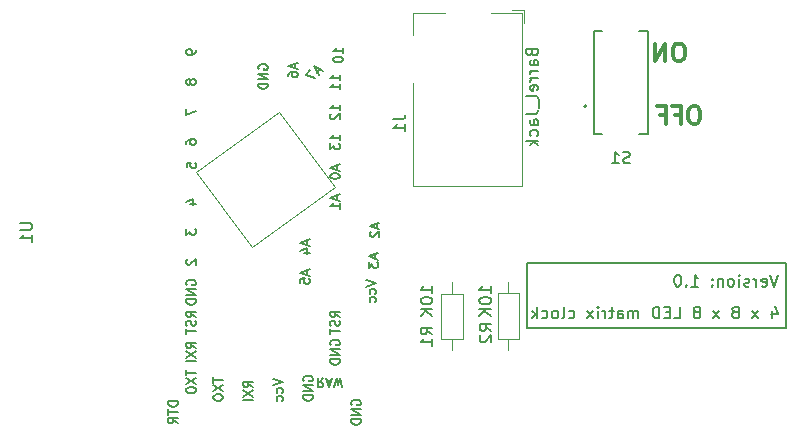
<source format=gbo>
%TF.GenerationSoftware,KiCad,Pcbnew,8.0.1*%
%TF.CreationDate,2024-04-15T16:39:27+10:00*%
%TF.ProjectId,4x8x8 LED Matrix Clock,34783878-3820-44c4-9544-204d61747269,rev?*%
%TF.SameCoordinates,Original*%
%TF.FileFunction,Legend,Bot*%
%TF.FilePolarity,Positive*%
%FSLAX46Y46*%
G04 Gerber Fmt 4.6, Leading zero omitted, Abs format (unit mm)*
G04 Created by KiCad (PCBNEW 8.0.1) date 2024-04-15 16:39:27*
%MOMM*%
%LPD*%
G01*
G04 APERTURE LIST*
%ADD10C,0.200000*%
%ADD11C,0.150000*%
%ADD12C,0.300000*%
%ADD13C,0.120000*%
%ADD14C,0.127000*%
G04 APERTURE END LIST*
D10*
X184962800Y-89357200D02*
X206908400Y-89357200D01*
X206908400Y-94869000D01*
X184962800Y-94869000D01*
X184962800Y-89357200D01*
D11*
X205734649Y-93403152D02*
X205734649Y-94069819D01*
X205972744Y-93022200D02*
X206210839Y-93736485D01*
X206210839Y-93736485D02*
X205591792Y-93736485D01*
X204544172Y-94069819D02*
X204020363Y-93403152D01*
X204544172Y-93403152D02*
X204020363Y-94069819D01*
X202734648Y-93498390D02*
X202829886Y-93450771D01*
X202829886Y-93450771D02*
X202877505Y-93403152D01*
X202877505Y-93403152D02*
X202925124Y-93307914D01*
X202925124Y-93307914D02*
X202925124Y-93260295D01*
X202925124Y-93260295D02*
X202877505Y-93165057D01*
X202877505Y-93165057D02*
X202829886Y-93117438D01*
X202829886Y-93117438D02*
X202734648Y-93069819D01*
X202734648Y-93069819D02*
X202544172Y-93069819D01*
X202544172Y-93069819D02*
X202448934Y-93117438D01*
X202448934Y-93117438D02*
X202401315Y-93165057D01*
X202401315Y-93165057D02*
X202353696Y-93260295D01*
X202353696Y-93260295D02*
X202353696Y-93307914D01*
X202353696Y-93307914D02*
X202401315Y-93403152D01*
X202401315Y-93403152D02*
X202448934Y-93450771D01*
X202448934Y-93450771D02*
X202544172Y-93498390D01*
X202544172Y-93498390D02*
X202734648Y-93498390D01*
X202734648Y-93498390D02*
X202829886Y-93546009D01*
X202829886Y-93546009D02*
X202877505Y-93593628D01*
X202877505Y-93593628D02*
X202925124Y-93688866D01*
X202925124Y-93688866D02*
X202925124Y-93879342D01*
X202925124Y-93879342D02*
X202877505Y-93974580D01*
X202877505Y-93974580D02*
X202829886Y-94022200D01*
X202829886Y-94022200D02*
X202734648Y-94069819D01*
X202734648Y-94069819D02*
X202544172Y-94069819D01*
X202544172Y-94069819D02*
X202448934Y-94022200D01*
X202448934Y-94022200D02*
X202401315Y-93974580D01*
X202401315Y-93974580D02*
X202353696Y-93879342D01*
X202353696Y-93879342D02*
X202353696Y-93688866D01*
X202353696Y-93688866D02*
X202401315Y-93593628D01*
X202401315Y-93593628D02*
X202448934Y-93546009D01*
X202448934Y-93546009D02*
X202544172Y-93498390D01*
X201258457Y-94069819D02*
X200734648Y-93403152D01*
X201258457Y-93403152D02*
X200734648Y-94069819D01*
X199448933Y-93498390D02*
X199544171Y-93450771D01*
X199544171Y-93450771D02*
X199591790Y-93403152D01*
X199591790Y-93403152D02*
X199639409Y-93307914D01*
X199639409Y-93307914D02*
X199639409Y-93260295D01*
X199639409Y-93260295D02*
X199591790Y-93165057D01*
X199591790Y-93165057D02*
X199544171Y-93117438D01*
X199544171Y-93117438D02*
X199448933Y-93069819D01*
X199448933Y-93069819D02*
X199258457Y-93069819D01*
X199258457Y-93069819D02*
X199163219Y-93117438D01*
X199163219Y-93117438D02*
X199115600Y-93165057D01*
X199115600Y-93165057D02*
X199067981Y-93260295D01*
X199067981Y-93260295D02*
X199067981Y-93307914D01*
X199067981Y-93307914D02*
X199115600Y-93403152D01*
X199115600Y-93403152D02*
X199163219Y-93450771D01*
X199163219Y-93450771D02*
X199258457Y-93498390D01*
X199258457Y-93498390D02*
X199448933Y-93498390D01*
X199448933Y-93498390D02*
X199544171Y-93546009D01*
X199544171Y-93546009D02*
X199591790Y-93593628D01*
X199591790Y-93593628D02*
X199639409Y-93688866D01*
X199639409Y-93688866D02*
X199639409Y-93879342D01*
X199639409Y-93879342D02*
X199591790Y-93974580D01*
X199591790Y-93974580D02*
X199544171Y-94022200D01*
X199544171Y-94022200D02*
X199448933Y-94069819D01*
X199448933Y-94069819D02*
X199258457Y-94069819D01*
X199258457Y-94069819D02*
X199163219Y-94022200D01*
X199163219Y-94022200D02*
X199115600Y-93974580D01*
X199115600Y-93974580D02*
X199067981Y-93879342D01*
X199067981Y-93879342D02*
X199067981Y-93688866D01*
X199067981Y-93688866D02*
X199115600Y-93593628D01*
X199115600Y-93593628D02*
X199163219Y-93546009D01*
X199163219Y-93546009D02*
X199258457Y-93498390D01*
X197401314Y-94069819D02*
X197877504Y-94069819D01*
X197877504Y-94069819D02*
X197877504Y-93069819D01*
X197067980Y-93546009D02*
X196734647Y-93546009D01*
X196591790Y-94069819D02*
X197067980Y-94069819D01*
X197067980Y-94069819D02*
X197067980Y-93069819D01*
X197067980Y-93069819D02*
X196591790Y-93069819D01*
X196163218Y-94069819D02*
X196163218Y-93069819D01*
X196163218Y-93069819D02*
X195925123Y-93069819D01*
X195925123Y-93069819D02*
X195782266Y-93117438D01*
X195782266Y-93117438D02*
X195687028Y-93212676D01*
X195687028Y-93212676D02*
X195639409Y-93307914D01*
X195639409Y-93307914D02*
X195591790Y-93498390D01*
X195591790Y-93498390D02*
X195591790Y-93641247D01*
X195591790Y-93641247D02*
X195639409Y-93831723D01*
X195639409Y-93831723D02*
X195687028Y-93926961D01*
X195687028Y-93926961D02*
X195782266Y-94022200D01*
X195782266Y-94022200D02*
X195925123Y-94069819D01*
X195925123Y-94069819D02*
X196163218Y-94069819D01*
X194401313Y-94069819D02*
X194401313Y-93403152D01*
X194401313Y-93498390D02*
X194353694Y-93450771D01*
X194353694Y-93450771D02*
X194258456Y-93403152D01*
X194258456Y-93403152D02*
X194115599Y-93403152D01*
X194115599Y-93403152D02*
X194020361Y-93450771D01*
X194020361Y-93450771D02*
X193972742Y-93546009D01*
X193972742Y-93546009D02*
X193972742Y-94069819D01*
X193972742Y-93546009D02*
X193925123Y-93450771D01*
X193925123Y-93450771D02*
X193829885Y-93403152D01*
X193829885Y-93403152D02*
X193687028Y-93403152D01*
X193687028Y-93403152D02*
X193591789Y-93450771D01*
X193591789Y-93450771D02*
X193544170Y-93546009D01*
X193544170Y-93546009D02*
X193544170Y-94069819D01*
X192639409Y-94069819D02*
X192639409Y-93546009D01*
X192639409Y-93546009D02*
X192687028Y-93450771D01*
X192687028Y-93450771D02*
X192782266Y-93403152D01*
X192782266Y-93403152D02*
X192972742Y-93403152D01*
X192972742Y-93403152D02*
X193067980Y-93450771D01*
X192639409Y-94022200D02*
X192734647Y-94069819D01*
X192734647Y-94069819D02*
X192972742Y-94069819D01*
X192972742Y-94069819D02*
X193067980Y-94022200D01*
X193067980Y-94022200D02*
X193115599Y-93926961D01*
X193115599Y-93926961D02*
X193115599Y-93831723D01*
X193115599Y-93831723D02*
X193067980Y-93736485D01*
X193067980Y-93736485D02*
X192972742Y-93688866D01*
X192972742Y-93688866D02*
X192734647Y-93688866D01*
X192734647Y-93688866D02*
X192639409Y-93641247D01*
X192306075Y-93403152D02*
X191925123Y-93403152D01*
X192163218Y-93069819D02*
X192163218Y-93926961D01*
X192163218Y-93926961D02*
X192115599Y-94022200D01*
X192115599Y-94022200D02*
X192020361Y-94069819D01*
X192020361Y-94069819D02*
X191925123Y-94069819D01*
X191591789Y-94069819D02*
X191591789Y-93403152D01*
X191591789Y-93593628D02*
X191544170Y-93498390D01*
X191544170Y-93498390D02*
X191496551Y-93450771D01*
X191496551Y-93450771D02*
X191401313Y-93403152D01*
X191401313Y-93403152D02*
X191306075Y-93403152D01*
X190972741Y-94069819D02*
X190972741Y-93403152D01*
X190972741Y-93069819D02*
X191020360Y-93117438D01*
X191020360Y-93117438D02*
X190972741Y-93165057D01*
X190972741Y-93165057D02*
X190925122Y-93117438D01*
X190925122Y-93117438D02*
X190972741Y-93069819D01*
X190972741Y-93069819D02*
X190972741Y-93165057D01*
X190591789Y-94069819D02*
X190067980Y-93403152D01*
X190591789Y-93403152D02*
X190067980Y-94069819D01*
X188496551Y-94022200D02*
X188591789Y-94069819D01*
X188591789Y-94069819D02*
X188782265Y-94069819D01*
X188782265Y-94069819D02*
X188877503Y-94022200D01*
X188877503Y-94022200D02*
X188925122Y-93974580D01*
X188925122Y-93974580D02*
X188972741Y-93879342D01*
X188972741Y-93879342D02*
X188972741Y-93593628D01*
X188972741Y-93593628D02*
X188925122Y-93498390D01*
X188925122Y-93498390D02*
X188877503Y-93450771D01*
X188877503Y-93450771D02*
X188782265Y-93403152D01*
X188782265Y-93403152D02*
X188591789Y-93403152D01*
X188591789Y-93403152D02*
X188496551Y-93450771D01*
X187925122Y-94069819D02*
X188020360Y-94022200D01*
X188020360Y-94022200D02*
X188067979Y-93926961D01*
X188067979Y-93926961D02*
X188067979Y-93069819D01*
X187401312Y-94069819D02*
X187496550Y-94022200D01*
X187496550Y-94022200D02*
X187544169Y-93974580D01*
X187544169Y-93974580D02*
X187591788Y-93879342D01*
X187591788Y-93879342D02*
X187591788Y-93593628D01*
X187591788Y-93593628D02*
X187544169Y-93498390D01*
X187544169Y-93498390D02*
X187496550Y-93450771D01*
X187496550Y-93450771D02*
X187401312Y-93403152D01*
X187401312Y-93403152D02*
X187258455Y-93403152D01*
X187258455Y-93403152D02*
X187163217Y-93450771D01*
X187163217Y-93450771D02*
X187115598Y-93498390D01*
X187115598Y-93498390D02*
X187067979Y-93593628D01*
X187067979Y-93593628D02*
X187067979Y-93879342D01*
X187067979Y-93879342D02*
X187115598Y-93974580D01*
X187115598Y-93974580D02*
X187163217Y-94022200D01*
X187163217Y-94022200D02*
X187258455Y-94069819D01*
X187258455Y-94069819D02*
X187401312Y-94069819D01*
X186210836Y-94022200D02*
X186306074Y-94069819D01*
X186306074Y-94069819D02*
X186496550Y-94069819D01*
X186496550Y-94069819D02*
X186591788Y-94022200D01*
X186591788Y-94022200D02*
X186639407Y-93974580D01*
X186639407Y-93974580D02*
X186687026Y-93879342D01*
X186687026Y-93879342D02*
X186687026Y-93593628D01*
X186687026Y-93593628D02*
X186639407Y-93498390D01*
X186639407Y-93498390D02*
X186591788Y-93450771D01*
X186591788Y-93450771D02*
X186496550Y-93403152D01*
X186496550Y-93403152D02*
X186306074Y-93403152D01*
X186306074Y-93403152D02*
X186210836Y-93450771D01*
X185782264Y-94069819D02*
X185782264Y-93069819D01*
X185687026Y-93688866D02*
X185401312Y-94069819D01*
X185401312Y-93403152D02*
X185782264Y-93784104D01*
X206206077Y-90369819D02*
X205872744Y-91369819D01*
X205872744Y-91369819D02*
X205539411Y-90369819D01*
X204825125Y-91322200D02*
X204920363Y-91369819D01*
X204920363Y-91369819D02*
X205110839Y-91369819D01*
X205110839Y-91369819D02*
X205206077Y-91322200D01*
X205206077Y-91322200D02*
X205253696Y-91226961D01*
X205253696Y-91226961D02*
X205253696Y-90846009D01*
X205253696Y-90846009D02*
X205206077Y-90750771D01*
X205206077Y-90750771D02*
X205110839Y-90703152D01*
X205110839Y-90703152D02*
X204920363Y-90703152D01*
X204920363Y-90703152D02*
X204825125Y-90750771D01*
X204825125Y-90750771D02*
X204777506Y-90846009D01*
X204777506Y-90846009D02*
X204777506Y-90941247D01*
X204777506Y-90941247D02*
X205253696Y-91036485D01*
X204348934Y-91369819D02*
X204348934Y-90703152D01*
X204348934Y-90893628D02*
X204301315Y-90798390D01*
X204301315Y-90798390D02*
X204253696Y-90750771D01*
X204253696Y-90750771D02*
X204158458Y-90703152D01*
X204158458Y-90703152D02*
X204063220Y-90703152D01*
X203777505Y-91322200D02*
X203682267Y-91369819D01*
X203682267Y-91369819D02*
X203491791Y-91369819D01*
X203491791Y-91369819D02*
X203396553Y-91322200D01*
X203396553Y-91322200D02*
X203348934Y-91226961D01*
X203348934Y-91226961D02*
X203348934Y-91179342D01*
X203348934Y-91179342D02*
X203396553Y-91084104D01*
X203396553Y-91084104D02*
X203491791Y-91036485D01*
X203491791Y-91036485D02*
X203634648Y-91036485D01*
X203634648Y-91036485D02*
X203729886Y-90988866D01*
X203729886Y-90988866D02*
X203777505Y-90893628D01*
X203777505Y-90893628D02*
X203777505Y-90846009D01*
X203777505Y-90846009D02*
X203729886Y-90750771D01*
X203729886Y-90750771D02*
X203634648Y-90703152D01*
X203634648Y-90703152D02*
X203491791Y-90703152D01*
X203491791Y-90703152D02*
X203396553Y-90750771D01*
X202920362Y-91369819D02*
X202920362Y-90703152D01*
X202920362Y-90369819D02*
X202967981Y-90417438D01*
X202967981Y-90417438D02*
X202920362Y-90465057D01*
X202920362Y-90465057D02*
X202872743Y-90417438D01*
X202872743Y-90417438D02*
X202920362Y-90369819D01*
X202920362Y-90369819D02*
X202920362Y-90465057D01*
X202301315Y-91369819D02*
X202396553Y-91322200D01*
X202396553Y-91322200D02*
X202444172Y-91274580D01*
X202444172Y-91274580D02*
X202491791Y-91179342D01*
X202491791Y-91179342D02*
X202491791Y-90893628D01*
X202491791Y-90893628D02*
X202444172Y-90798390D01*
X202444172Y-90798390D02*
X202396553Y-90750771D01*
X202396553Y-90750771D02*
X202301315Y-90703152D01*
X202301315Y-90703152D02*
X202158458Y-90703152D01*
X202158458Y-90703152D02*
X202063220Y-90750771D01*
X202063220Y-90750771D02*
X202015601Y-90798390D01*
X202015601Y-90798390D02*
X201967982Y-90893628D01*
X201967982Y-90893628D02*
X201967982Y-91179342D01*
X201967982Y-91179342D02*
X202015601Y-91274580D01*
X202015601Y-91274580D02*
X202063220Y-91322200D01*
X202063220Y-91322200D02*
X202158458Y-91369819D01*
X202158458Y-91369819D02*
X202301315Y-91369819D01*
X201539410Y-90703152D02*
X201539410Y-91369819D01*
X201539410Y-90798390D02*
X201491791Y-90750771D01*
X201491791Y-90750771D02*
X201396553Y-90703152D01*
X201396553Y-90703152D02*
X201253696Y-90703152D01*
X201253696Y-90703152D02*
X201158458Y-90750771D01*
X201158458Y-90750771D02*
X201110839Y-90846009D01*
X201110839Y-90846009D02*
X201110839Y-91369819D01*
X200634648Y-91274580D02*
X200587029Y-91322200D01*
X200587029Y-91322200D02*
X200634648Y-91369819D01*
X200634648Y-91369819D02*
X200682267Y-91322200D01*
X200682267Y-91322200D02*
X200634648Y-91274580D01*
X200634648Y-91274580D02*
X200634648Y-91369819D01*
X200634648Y-90750771D02*
X200587029Y-90798390D01*
X200587029Y-90798390D02*
X200634648Y-90846009D01*
X200634648Y-90846009D02*
X200682267Y-90798390D01*
X200682267Y-90798390D02*
X200634648Y-90750771D01*
X200634648Y-90750771D02*
X200634648Y-90846009D01*
X198872744Y-91369819D02*
X199444172Y-91369819D01*
X199158458Y-91369819D02*
X199158458Y-90369819D01*
X199158458Y-90369819D02*
X199253696Y-90512676D01*
X199253696Y-90512676D02*
X199348934Y-90607914D01*
X199348934Y-90607914D02*
X199444172Y-90655533D01*
X198444172Y-91274580D02*
X198396553Y-91322200D01*
X198396553Y-91322200D02*
X198444172Y-91369819D01*
X198444172Y-91369819D02*
X198491791Y-91322200D01*
X198491791Y-91322200D02*
X198444172Y-91274580D01*
X198444172Y-91274580D02*
X198444172Y-91369819D01*
X197777506Y-90369819D02*
X197682268Y-90369819D01*
X197682268Y-90369819D02*
X197587030Y-90417438D01*
X197587030Y-90417438D02*
X197539411Y-90465057D01*
X197539411Y-90465057D02*
X197491792Y-90560295D01*
X197491792Y-90560295D02*
X197444173Y-90750771D01*
X197444173Y-90750771D02*
X197444173Y-90988866D01*
X197444173Y-90988866D02*
X197491792Y-91179342D01*
X197491792Y-91179342D02*
X197539411Y-91274580D01*
X197539411Y-91274580D02*
X197587030Y-91322200D01*
X197587030Y-91322200D02*
X197682268Y-91369819D01*
X197682268Y-91369819D02*
X197777506Y-91369819D01*
X197777506Y-91369819D02*
X197872744Y-91322200D01*
X197872744Y-91322200D02*
X197920363Y-91274580D01*
X197920363Y-91274580D02*
X197967982Y-91179342D01*
X197967982Y-91179342D02*
X198015601Y-90988866D01*
X198015601Y-90988866D02*
X198015601Y-90750771D01*
X198015601Y-90750771D02*
X197967982Y-90560295D01*
X197967982Y-90560295D02*
X197920363Y-90465057D01*
X197920363Y-90465057D02*
X197872744Y-90417438D01*
X197872744Y-90417438D02*
X197777506Y-90369819D01*
D12*
X199259774Y-76100828D02*
X198974060Y-76100828D01*
X198974060Y-76100828D02*
X198831203Y-76172257D01*
X198831203Y-76172257D02*
X198688346Y-76315114D01*
X198688346Y-76315114D02*
X198616917Y-76600828D01*
X198616917Y-76600828D02*
X198616917Y-77100828D01*
X198616917Y-77100828D02*
X198688346Y-77386542D01*
X198688346Y-77386542D02*
X198831203Y-77529400D01*
X198831203Y-77529400D02*
X198974060Y-77600828D01*
X198974060Y-77600828D02*
X199259774Y-77600828D01*
X199259774Y-77600828D02*
X199402632Y-77529400D01*
X199402632Y-77529400D02*
X199545489Y-77386542D01*
X199545489Y-77386542D02*
X199616917Y-77100828D01*
X199616917Y-77100828D02*
X199616917Y-76600828D01*
X199616917Y-76600828D02*
X199545489Y-76315114D01*
X199545489Y-76315114D02*
X199402632Y-76172257D01*
X199402632Y-76172257D02*
X199259774Y-76100828D01*
X197474060Y-76815114D02*
X197974060Y-76815114D01*
X197974060Y-77600828D02*
X197974060Y-76100828D01*
X197974060Y-76100828D02*
X197259774Y-76100828D01*
X196188346Y-76815114D02*
X196688346Y-76815114D01*
X196688346Y-77600828D02*
X196688346Y-76100828D01*
X196688346Y-76100828D02*
X195974060Y-76100828D01*
X197959774Y-70800828D02*
X197674060Y-70800828D01*
X197674060Y-70800828D02*
X197531203Y-70872257D01*
X197531203Y-70872257D02*
X197388346Y-71015114D01*
X197388346Y-71015114D02*
X197316917Y-71300828D01*
X197316917Y-71300828D02*
X197316917Y-71800828D01*
X197316917Y-71800828D02*
X197388346Y-72086542D01*
X197388346Y-72086542D02*
X197531203Y-72229400D01*
X197531203Y-72229400D02*
X197674060Y-72300828D01*
X197674060Y-72300828D02*
X197959774Y-72300828D01*
X197959774Y-72300828D02*
X198102632Y-72229400D01*
X198102632Y-72229400D02*
X198245489Y-72086542D01*
X198245489Y-72086542D02*
X198316917Y-71800828D01*
X198316917Y-71800828D02*
X198316917Y-71300828D01*
X198316917Y-71300828D02*
X198245489Y-71015114D01*
X198245489Y-71015114D02*
X198102632Y-70872257D01*
X198102632Y-70872257D02*
X197959774Y-70800828D01*
X196674060Y-72300828D02*
X196674060Y-70800828D01*
X196674060Y-70800828D02*
X195816917Y-72300828D01*
X195816917Y-72300828D02*
X195816917Y-70800828D01*
D11*
X142043819Y-86003095D02*
X142853342Y-86003095D01*
X142853342Y-86003095D02*
X142948580Y-86050714D01*
X142948580Y-86050714D02*
X142996200Y-86098333D01*
X142996200Y-86098333D02*
X143043819Y-86193571D01*
X143043819Y-86193571D02*
X143043819Y-86384047D01*
X143043819Y-86384047D02*
X142996200Y-86479285D01*
X142996200Y-86479285D02*
X142948580Y-86526904D01*
X142948580Y-86526904D02*
X142853342Y-86574523D01*
X142853342Y-86574523D02*
X142043819Y-86574523D01*
X143043819Y-87574523D02*
X143043819Y-87003095D01*
X143043819Y-87288809D02*
X142043819Y-87288809D01*
X142043819Y-87288809D02*
X142186676Y-87193571D01*
X142186676Y-87193571D02*
X142281914Y-87098333D01*
X142281914Y-87098333D02*
X142329533Y-87003095D01*
X162255390Y-72967303D02*
X162217295Y-72891113D01*
X162217295Y-72891113D02*
X162217295Y-72776827D01*
X162217295Y-72776827D02*
X162255390Y-72662541D01*
X162255390Y-72662541D02*
X162331580Y-72586351D01*
X162331580Y-72586351D02*
X162407771Y-72548256D01*
X162407771Y-72548256D02*
X162560152Y-72510160D01*
X162560152Y-72510160D02*
X162674438Y-72510160D01*
X162674438Y-72510160D02*
X162826819Y-72548256D01*
X162826819Y-72548256D02*
X162903009Y-72586351D01*
X162903009Y-72586351D02*
X162979200Y-72662541D01*
X162979200Y-72662541D02*
X163017295Y-72776827D01*
X163017295Y-72776827D02*
X163017295Y-72853018D01*
X163017295Y-72853018D02*
X162979200Y-72967303D01*
X162979200Y-72967303D02*
X162941104Y-73005399D01*
X162941104Y-73005399D02*
X162674438Y-73005399D01*
X162674438Y-73005399D02*
X162674438Y-72853018D01*
X163017295Y-73348256D02*
X162217295Y-73348256D01*
X162217295Y-73348256D02*
X163017295Y-73805399D01*
X163017295Y-73805399D02*
X162217295Y-73805399D01*
X163017295Y-74186351D02*
X162217295Y-74186351D01*
X162217295Y-74186351D02*
X162217295Y-74376827D01*
X162217295Y-74376827D02*
X162255390Y-74491113D01*
X162255390Y-74491113D02*
X162331580Y-74567303D01*
X162331580Y-74567303D02*
X162407771Y-74605398D01*
X162407771Y-74605398D02*
X162560152Y-74643494D01*
X162560152Y-74643494D02*
X162674438Y-74643494D01*
X162674438Y-74643494D02*
X162826819Y-74605398D01*
X162826819Y-74605398D02*
X162903009Y-74567303D01*
X162903009Y-74567303D02*
X162979200Y-74491113D01*
X162979200Y-74491113D02*
X163017295Y-74376827D01*
X163017295Y-74376827D02*
X163017295Y-74186351D01*
X156921295Y-71372619D02*
X156921295Y-71525000D01*
X156921295Y-71525000D02*
X156883200Y-71601190D01*
X156883200Y-71601190D02*
X156845104Y-71639286D01*
X156845104Y-71639286D02*
X156730819Y-71715476D01*
X156730819Y-71715476D02*
X156578438Y-71753571D01*
X156578438Y-71753571D02*
X156273676Y-71753571D01*
X156273676Y-71753571D02*
X156197485Y-71715476D01*
X156197485Y-71715476D02*
X156159390Y-71677381D01*
X156159390Y-71677381D02*
X156121295Y-71601190D01*
X156121295Y-71601190D02*
X156121295Y-71448809D01*
X156121295Y-71448809D02*
X156159390Y-71372619D01*
X156159390Y-71372619D02*
X156197485Y-71334524D01*
X156197485Y-71334524D02*
X156273676Y-71296428D01*
X156273676Y-71296428D02*
X156464152Y-71296428D01*
X156464152Y-71296428D02*
X156540342Y-71334524D01*
X156540342Y-71334524D02*
X156578438Y-71372619D01*
X156578438Y-71372619D02*
X156616533Y-71448809D01*
X156616533Y-71448809D02*
X156616533Y-71601190D01*
X156616533Y-71601190D02*
X156578438Y-71677381D01*
X156578438Y-71677381D02*
X156540342Y-71715476D01*
X156540342Y-71715476D02*
X156464152Y-71753571D01*
X172133723Y-88628571D02*
X172133723Y-89009524D01*
X172362295Y-88552381D02*
X171562295Y-88819048D01*
X171562295Y-88819048D02*
X172362295Y-89085714D01*
X171562295Y-89276190D02*
X171562295Y-89771428D01*
X171562295Y-89771428D02*
X171867057Y-89504762D01*
X171867057Y-89504762D02*
X171867057Y-89619047D01*
X171867057Y-89619047D02*
X171905152Y-89695238D01*
X171905152Y-89695238D02*
X171943247Y-89733333D01*
X171943247Y-89733333D02*
X172019438Y-89771428D01*
X172019438Y-89771428D02*
X172209914Y-89771428D01*
X172209914Y-89771428D02*
X172286104Y-89733333D01*
X172286104Y-89733333D02*
X172324200Y-89695238D01*
X172324200Y-89695238D02*
X172362295Y-89619047D01*
X172362295Y-89619047D02*
X172362295Y-89390476D01*
X172362295Y-89390476D02*
X172324200Y-89314285D01*
X172324200Y-89314285D02*
X172286104Y-89276190D01*
X169113295Y-93946905D02*
X168732342Y-93680238D01*
X169113295Y-93489762D02*
X168313295Y-93489762D01*
X168313295Y-93489762D02*
X168313295Y-93794524D01*
X168313295Y-93794524D02*
X168351390Y-93870714D01*
X168351390Y-93870714D02*
X168389485Y-93908809D01*
X168389485Y-93908809D02*
X168465676Y-93946905D01*
X168465676Y-93946905D02*
X168579961Y-93946905D01*
X168579961Y-93946905D02*
X168656152Y-93908809D01*
X168656152Y-93908809D02*
X168694247Y-93870714D01*
X168694247Y-93870714D02*
X168732342Y-93794524D01*
X168732342Y-93794524D02*
X168732342Y-93489762D01*
X169075200Y-94251666D02*
X169113295Y-94365952D01*
X169113295Y-94365952D02*
X169113295Y-94556428D01*
X169113295Y-94556428D02*
X169075200Y-94632619D01*
X169075200Y-94632619D02*
X169037104Y-94670714D01*
X169037104Y-94670714D02*
X168960914Y-94708809D01*
X168960914Y-94708809D02*
X168884723Y-94708809D01*
X168884723Y-94708809D02*
X168808533Y-94670714D01*
X168808533Y-94670714D02*
X168770438Y-94632619D01*
X168770438Y-94632619D02*
X168732342Y-94556428D01*
X168732342Y-94556428D02*
X168694247Y-94404047D01*
X168694247Y-94404047D02*
X168656152Y-94327857D01*
X168656152Y-94327857D02*
X168618057Y-94289762D01*
X168618057Y-94289762D02*
X168541866Y-94251666D01*
X168541866Y-94251666D02*
X168465676Y-94251666D01*
X168465676Y-94251666D02*
X168389485Y-94289762D01*
X168389485Y-94289762D02*
X168351390Y-94327857D01*
X168351390Y-94327857D02*
X168313295Y-94404047D01*
X168313295Y-94404047D02*
X168313295Y-94594524D01*
X168313295Y-94594524D02*
X168351390Y-94708809D01*
X168313295Y-94937381D02*
X168313295Y-95394524D01*
X169113295Y-95165952D02*
X168313295Y-95165952D01*
X156464152Y-73988809D02*
X156426057Y-73912619D01*
X156426057Y-73912619D02*
X156387961Y-73874524D01*
X156387961Y-73874524D02*
X156311771Y-73836428D01*
X156311771Y-73836428D02*
X156273676Y-73836428D01*
X156273676Y-73836428D02*
X156197485Y-73874524D01*
X156197485Y-73874524D02*
X156159390Y-73912619D01*
X156159390Y-73912619D02*
X156121295Y-73988809D01*
X156121295Y-73988809D02*
X156121295Y-74141190D01*
X156121295Y-74141190D02*
X156159390Y-74217381D01*
X156159390Y-74217381D02*
X156197485Y-74255476D01*
X156197485Y-74255476D02*
X156273676Y-74293571D01*
X156273676Y-74293571D02*
X156311771Y-74293571D01*
X156311771Y-74293571D02*
X156387961Y-74255476D01*
X156387961Y-74255476D02*
X156426057Y-74217381D01*
X156426057Y-74217381D02*
X156464152Y-74141190D01*
X156464152Y-74141190D02*
X156464152Y-73988809D01*
X156464152Y-73988809D02*
X156502247Y-73912619D01*
X156502247Y-73912619D02*
X156540342Y-73874524D01*
X156540342Y-73874524D02*
X156616533Y-73836428D01*
X156616533Y-73836428D02*
X156768914Y-73836428D01*
X156768914Y-73836428D02*
X156845104Y-73874524D01*
X156845104Y-73874524D02*
X156883200Y-73912619D01*
X156883200Y-73912619D02*
X156921295Y-73988809D01*
X156921295Y-73988809D02*
X156921295Y-74141190D01*
X156921295Y-74141190D02*
X156883200Y-74217381D01*
X156883200Y-74217381D02*
X156845104Y-74255476D01*
X156845104Y-74255476D02*
X156768914Y-74293571D01*
X156768914Y-74293571D02*
X156616533Y-74293571D01*
X156616533Y-74293571D02*
X156540342Y-74255476D01*
X156540342Y-74255476D02*
X156502247Y-74217381D01*
X156502247Y-74217381D02*
X156464152Y-74141190D01*
X156121295Y-76338333D02*
X156121295Y-76871667D01*
X156121295Y-76871667D02*
X156921295Y-76528809D01*
X168351390Y-96315476D02*
X168313295Y-96239286D01*
X168313295Y-96239286D02*
X168313295Y-96125000D01*
X168313295Y-96125000D02*
X168351390Y-96010714D01*
X168351390Y-96010714D02*
X168427580Y-95934524D01*
X168427580Y-95934524D02*
X168503771Y-95896429D01*
X168503771Y-95896429D02*
X168656152Y-95858333D01*
X168656152Y-95858333D02*
X168770438Y-95858333D01*
X168770438Y-95858333D02*
X168922819Y-95896429D01*
X168922819Y-95896429D02*
X168999009Y-95934524D01*
X168999009Y-95934524D02*
X169075200Y-96010714D01*
X169075200Y-96010714D02*
X169113295Y-96125000D01*
X169113295Y-96125000D02*
X169113295Y-96201191D01*
X169113295Y-96201191D02*
X169075200Y-96315476D01*
X169075200Y-96315476D02*
X169037104Y-96353572D01*
X169037104Y-96353572D02*
X168770438Y-96353572D01*
X168770438Y-96353572D02*
X168770438Y-96201191D01*
X169113295Y-96696429D02*
X168313295Y-96696429D01*
X168313295Y-96696429D02*
X169113295Y-97153572D01*
X169113295Y-97153572D02*
X168313295Y-97153572D01*
X169113295Y-97534524D02*
X168313295Y-97534524D01*
X168313295Y-97534524D02*
X168313295Y-97725000D01*
X168313295Y-97725000D02*
X168351390Y-97839286D01*
X168351390Y-97839286D02*
X168427580Y-97915476D01*
X168427580Y-97915476D02*
X168503771Y-97953571D01*
X168503771Y-97953571D02*
X168656152Y-97991667D01*
X168656152Y-97991667D02*
X168770438Y-97991667D01*
X168770438Y-97991667D02*
X168922819Y-97953571D01*
X168922819Y-97953571D02*
X168999009Y-97915476D01*
X168999009Y-97915476D02*
X169075200Y-97839286D01*
X169075200Y-97839286D02*
X169113295Y-97725000D01*
X169113295Y-97725000D02*
X169113295Y-97534524D01*
X156921295Y-96601191D02*
X156540342Y-96334524D01*
X156921295Y-96144048D02*
X156121295Y-96144048D01*
X156121295Y-96144048D02*
X156121295Y-96448810D01*
X156121295Y-96448810D02*
X156159390Y-96525000D01*
X156159390Y-96525000D02*
X156197485Y-96563095D01*
X156197485Y-96563095D02*
X156273676Y-96601191D01*
X156273676Y-96601191D02*
X156387961Y-96601191D01*
X156387961Y-96601191D02*
X156464152Y-96563095D01*
X156464152Y-96563095D02*
X156502247Y-96525000D01*
X156502247Y-96525000D02*
X156540342Y-96448810D01*
X156540342Y-96448810D02*
X156540342Y-96144048D01*
X156121295Y-96867857D02*
X156921295Y-97401191D01*
X156121295Y-97401191D02*
X156921295Y-96867857D01*
X156921295Y-97705953D02*
X156121295Y-97705953D01*
X166344723Y-87463571D02*
X166344723Y-87844524D01*
X166573295Y-87387381D02*
X165773295Y-87654048D01*
X165773295Y-87654048D02*
X166573295Y-87920714D01*
X166039961Y-88530238D02*
X166573295Y-88530238D01*
X165735200Y-88339762D02*
X166306628Y-88149285D01*
X166306628Y-88149285D02*
X166306628Y-88644524D01*
X168884723Y-83653571D02*
X168884723Y-84034524D01*
X169113295Y-83577381D02*
X168313295Y-83844048D01*
X168313295Y-83844048D02*
X169113295Y-84110714D01*
X169113295Y-84796428D02*
X169113295Y-84339285D01*
X169113295Y-84567857D02*
X168313295Y-84567857D01*
X168313295Y-84567857D02*
X168427580Y-84491666D01*
X168427580Y-84491666D02*
X168503771Y-84415476D01*
X168503771Y-84415476D02*
X168541866Y-84339285D01*
X166065390Y-99363476D02*
X166027295Y-99287286D01*
X166027295Y-99287286D02*
X166027295Y-99173000D01*
X166027295Y-99173000D02*
X166065390Y-99058714D01*
X166065390Y-99058714D02*
X166141580Y-98982524D01*
X166141580Y-98982524D02*
X166217771Y-98944429D01*
X166217771Y-98944429D02*
X166370152Y-98906333D01*
X166370152Y-98906333D02*
X166484438Y-98906333D01*
X166484438Y-98906333D02*
X166636819Y-98944429D01*
X166636819Y-98944429D02*
X166713009Y-98982524D01*
X166713009Y-98982524D02*
X166789200Y-99058714D01*
X166789200Y-99058714D02*
X166827295Y-99173000D01*
X166827295Y-99173000D02*
X166827295Y-99249191D01*
X166827295Y-99249191D02*
X166789200Y-99363476D01*
X166789200Y-99363476D02*
X166751104Y-99401572D01*
X166751104Y-99401572D02*
X166484438Y-99401572D01*
X166484438Y-99401572D02*
X166484438Y-99249191D01*
X166827295Y-99744429D02*
X166027295Y-99744429D01*
X166027295Y-99744429D02*
X166827295Y-100201572D01*
X166827295Y-100201572D02*
X166027295Y-100201572D01*
X166827295Y-100582524D02*
X166027295Y-100582524D01*
X166027295Y-100582524D02*
X166027295Y-100773000D01*
X166027295Y-100773000D02*
X166065390Y-100887286D01*
X166065390Y-100887286D02*
X166141580Y-100963476D01*
X166141580Y-100963476D02*
X166217771Y-101001571D01*
X166217771Y-101001571D02*
X166370152Y-101039667D01*
X166370152Y-101039667D02*
X166484438Y-101039667D01*
X166484438Y-101039667D02*
X166636819Y-101001571D01*
X166636819Y-101001571D02*
X166713009Y-100963476D01*
X166713009Y-100963476D02*
X166789200Y-100887286D01*
X166789200Y-100887286D02*
X166827295Y-100773000D01*
X166827295Y-100773000D02*
X166827295Y-100582524D01*
X156387961Y-84377381D02*
X156921295Y-84377381D01*
X156083200Y-84186905D02*
X156654628Y-83996428D01*
X156654628Y-83996428D02*
X156654628Y-84491667D01*
X167471617Y-72993496D02*
X167202243Y-73262870D01*
X167687116Y-73101245D02*
X166932869Y-72724122D01*
X166932869Y-72724122D02*
X167309993Y-73478369D01*
X166609621Y-73047370D02*
X166232497Y-73424494D01*
X166232497Y-73424494D02*
X167040619Y-73747743D01*
X156921295Y-93946905D02*
X156540342Y-93680238D01*
X156921295Y-93489762D02*
X156121295Y-93489762D01*
X156121295Y-93489762D02*
X156121295Y-93794524D01*
X156121295Y-93794524D02*
X156159390Y-93870714D01*
X156159390Y-93870714D02*
X156197485Y-93908809D01*
X156197485Y-93908809D02*
X156273676Y-93946905D01*
X156273676Y-93946905D02*
X156387961Y-93946905D01*
X156387961Y-93946905D02*
X156464152Y-93908809D01*
X156464152Y-93908809D02*
X156502247Y-93870714D01*
X156502247Y-93870714D02*
X156540342Y-93794524D01*
X156540342Y-93794524D02*
X156540342Y-93489762D01*
X156883200Y-94251666D02*
X156921295Y-94365952D01*
X156921295Y-94365952D02*
X156921295Y-94556428D01*
X156921295Y-94556428D02*
X156883200Y-94632619D01*
X156883200Y-94632619D02*
X156845104Y-94670714D01*
X156845104Y-94670714D02*
X156768914Y-94708809D01*
X156768914Y-94708809D02*
X156692723Y-94708809D01*
X156692723Y-94708809D02*
X156616533Y-94670714D01*
X156616533Y-94670714D02*
X156578438Y-94632619D01*
X156578438Y-94632619D02*
X156540342Y-94556428D01*
X156540342Y-94556428D02*
X156502247Y-94404047D01*
X156502247Y-94404047D02*
X156464152Y-94327857D01*
X156464152Y-94327857D02*
X156426057Y-94289762D01*
X156426057Y-94289762D02*
X156349866Y-94251666D01*
X156349866Y-94251666D02*
X156273676Y-94251666D01*
X156273676Y-94251666D02*
X156197485Y-94289762D01*
X156197485Y-94289762D02*
X156159390Y-94327857D01*
X156159390Y-94327857D02*
X156121295Y-94404047D01*
X156121295Y-94404047D02*
X156121295Y-94594524D01*
X156121295Y-94594524D02*
X156159390Y-94708809D01*
X156121295Y-94937381D02*
X156121295Y-95394524D01*
X156921295Y-95165952D02*
X156121295Y-95165952D01*
X156197485Y-89076428D02*
X156159390Y-89114524D01*
X156159390Y-89114524D02*
X156121295Y-89190714D01*
X156121295Y-89190714D02*
X156121295Y-89381190D01*
X156121295Y-89381190D02*
X156159390Y-89457381D01*
X156159390Y-89457381D02*
X156197485Y-89495476D01*
X156197485Y-89495476D02*
X156273676Y-89533571D01*
X156273676Y-89533571D02*
X156349866Y-89533571D01*
X156349866Y-89533571D02*
X156464152Y-89495476D01*
X156464152Y-89495476D02*
X156921295Y-89038333D01*
X156921295Y-89038333D02*
X156921295Y-89533571D01*
X156159390Y-91235476D02*
X156121295Y-91159286D01*
X156121295Y-91159286D02*
X156121295Y-91045000D01*
X156121295Y-91045000D02*
X156159390Y-90930714D01*
X156159390Y-90930714D02*
X156235580Y-90854524D01*
X156235580Y-90854524D02*
X156311771Y-90816429D01*
X156311771Y-90816429D02*
X156464152Y-90778333D01*
X156464152Y-90778333D02*
X156578438Y-90778333D01*
X156578438Y-90778333D02*
X156730819Y-90816429D01*
X156730819Y-90816429D02*
X156807009Y-90854524D01*
X156807009Y-90854524D02*
X156883200Y-90930714D01*
X156883200Y-90930714D02*
X156921295Y-91045000D01*
X156921295Y-91045000D02*
X156921295Y-91121191D01*
X156921295Y-91121191D02*
X156883200Y-91235476D01*
X156883200Y-91235476D02*
X156845104Y-91273572D01*
X156845104Y-91273572D02*
X156578438Y-91273572D01*
X156578438Y-91273572D02*
X156578438Y-91121191D01*
X156921295Y-91616429D02*
X156121295Y-91616429D01*
X156121295Y-91616429D02*
X156921295Y-92073572D01*
X156921295Y-92073572D02*
X156121295Y-92073572D01*
X156921295Y-92454524D02*
X156121295Y-92454524D01*
X156121295Y-92454524D02*
X156121295Y-92645000D01*
X156121295Y-92645000D02*
X156159390Y-92759286D01*
X156159390Y-92759286D02*
X156235580Y-92835476D01*
X156235580Y-92835476D02*
X156311771Y-92873571D01*
X156311771Y-92873571D02*
X156464152Y-92911667D01*
X156464152Y-92911667D02*
X156578438Y-92911667D01*
X156578438Y-92911667D02*
X156730819Y-92873571D01*
X156730819Y-92873571D02*
X156807009Y-92835476D01*
X156807009Y-92835476D02*
X156883200Y-92759286D01*
X156883200Y-92759286D02*
X156921295Y-92645000D01*
X156921295Y-92645000D02*
X156921295Y-92454524D01*
X169113295Y-73912618D02*
X169113295Y-73455475D01*
X169113295Y-73684047D02*
X168313295Y-73684047D01*
X168313295Y-73684047D02*
X168427580Y-73607856D01*
X168427580Y-73607856D02*
X168503771Y-73531666D01*
X168503771Y-73531666D02*
X168541866Y-73455475D01*
X169113295Y-74674523D02*
X169113295Y-74217380D01*
X169113295Y-74445952D02*
X168313295Y-74445952D01*
X168313295Y-74445952D02*
X168427580Y-74369761D01*
X168427580Y-74369761D02*
X168503771Y-74293571D01*
X168503771Y-74293571D02*
X168541866Y-74217380D01*
X165328723Y-72510160D02*
X165328723Y-72891113D01*
X165557295Y-72433970D02*
X164757295Y-72700637D01*
X164757295Y-72700637D02*
X165557295Y-72967303D01*
X164757295Y-73576827D02*
X164757295Y-73424446D01*
X164757295Y-73424446D02*
X164795390Y-73348255D01*
X164795390Y-73348255D02*
X164833485Y-73310160D01*
X164833485Y-73310160D02*
X164947771Y-73233970D01*
X164947771Y-73233970D02*
X165100152Y-73195874D01*
X165100152Y-73195874D02*
X165404914Y-73195874D01*
X165404914Y-73195874D02*
X165481104Y-73233970D01*
X165481104Y-73233970D02*
X165519200Y-73272065D01*
X165519200Y-73272065D02*
X165557295Y-73348255D01*
X165557295Y-73348255D02*
X165557295Y-73500636D01*
X165557295Y-73500636D02*
X165519200Y-73576827D01*
X165519200Y-73576827D02*
X165481104Y-73614922D01*
X165481104Y-73614922D02*
X165404914Y-73653017D01*
X165404914Y-73653017D02*
X165214438Y-73653017D01*
X165214438Y-73653017D02*
X165138247Y-73614922D01*
X165138247Y-73614922D02*
X165100152Y-73576827D01*
X165100152Y-73576827D02*
X165062057Y-73500636D01*
X165062057Y-73500636D02*
X165062057Y-73348255D01*
X165062057Y-73348255D02*
X165100152Y-73272065D01*
X165100152Y-73272065D02*
X165138247Y-73233970D01*
X165138247Y-73233970D02*
X165214438Y-73195874D01*
X172233723Y-86028571D02*
X172233723Y-86409524D01*
X172462295Y-85952381D02*
X171662295Y-86219048D01*
X171662295Y-86219048D02*
X172462295Y-86485714D01*
X171738485Y-86714285D02*
X171700390Y-86752381D01*
X171700390Y-86752381D02*
X171662295Y-86828571D01*
X171662295Y-86828571D02*
X171662295Y-87019047D01*
X171662295Y-87019047D02*
X171700390Y-87095238D01*
X171700390Y-87095238D02*
X171738485Y-87133333D01*
X171738485Y-87133333D02*
X171814676Y-87171428D01*
X171814676Y-87171428D02*
X171890866Y-87171428D01*
X171890866Y-87171428D02*
X172005152Y-87133333D01*
X172005152Y-87133333D02*
X172462295Y-86676190D01*
X172462295Y-86676190D02*
X172462295Y-87171428D01*
X170129390Y-101395476D02*
X170091295Y-101319286D01*
X170091295Y-101319286D02*
X170091295Y-101205000D01*
X170091295Y-101205000D02*
X170129390Y-101090714D01*
X170129390Y-101090714D02*
X170205580Y-101014524D01*
X170205580Y-101014524D02*
X170281771Y-100976429D01*
X170281771Y-100976429D02*
X170434152Y-100938333D01*
X170434152Y-100938333D02*
X170548438Y-100938333D01*
X170548438Y-100938333D02*
X170700819Y-100976429D01*
X170700819Y-100976429D02*
X170777009Y-101014524D01*
X170777009Y-101014524D02*
X170853200Y-101090714D01*
X170853200Y-101090714D02*
X170891295Y-101205000D01*
X170891295Y-101205000D02*
X170891295Y-101281191D01*
X170891295Y-101281191D02*
X170853200Y-101395476D01*
X170853200Y-101395476D02*
X170815104Y-101433572D01*
X170815104Y-101433572D02*
X170548438Y-101433572D01*
X170548438Y-101433572D02*
X170548438Y-101281191D01*
X170891295Y-101776429D02*
X170091295Y-101776429D01*
X170091295Y-101776429D02*
X170891295Y-102233572D01*
X170891295Y-102233572D02*
X170091295Y-102233572D01*
X170891295Y-102614524D02*
X170091295Y-102614524D01*
X170091295Y-102614524D02*
X170091295Y-102805000D01*
X170091295Y-102805000D02*
X170129390Y-102919286D01*
X170129390Y-102919286D02*
X170205580Y-102995476D01*
X170205580Y-102995476D02*
X170281771Y-103033571D01*
X170281771Y-103033571D02*
X170434152Y-103071667D01*
X170434152Y-103071667D02*
X170548438Y-103071667D01*
X170548438Y-103071667D02*
X170700819Y-103033571D01*
X170700819Y-103033571D02*
X170777009Y-102995476D01*
X170777009Y-102995476D02*
X170853200Y-102919286D01*
X170853200Y-102919286D02*
X170891295Y-102805000D01*
X170891295Y-102805000D02*
X170891295Y-102614524D01*
X156121295Y-86498333D02*
X156121295Y-86993571D01*
X156121295Y-86993571D02*
X156426057Y-86726905D01*
X156426057Y-86726905D02*
X156426057Y-86841190D01*
X156426057Y-86841190D02*
X156464152Y-86917381D01*
X156464152Y-86917381D02*
X156502247Y-86955476D01*
X156502247Y-86955476D02*
X156578438Y-86993571D01*
X156578438Y-86993571D02*
X156768914Y-86993571D01*
X156768914Y-86993571D02*
X156845104Y-86955476D01*
X156845104Y-86955476D02*
X156883200Y-86917381D01*
X156883200Y-86917381D02*
X156921295Y-86841190D01*
X156921295Y-86841190D02*
X156921295Y-86612619D01*
X156921295Y-86612619D02*
X156883200Y-86536428D01*
X156883200Y-86536428D02*
X156845104Y-86498333D01*
X155397295Y-101090714D02*
X154597295Y-101090714D01*
X154597295Y-101090714D02*
X154597295Y-101281190D01*
X154597295Y-101281190D02*
X154635390Y-101395476D01*
X154635390Y-101395476D02*
X154711580Y-101471666D01*
X154711580Y-101471666D02*
X154787771Y-101509761D01*
X154787771Y-101509761D02*
X154940152Y-101547857D01*
X154940152Y-101547857D02*
X155054438Y-101547857D01*
X155054438Y-101547857D02*
X155206819Y-101509761D01*
X155206819Y-101509761D02*
X155283009Y-101471666D01*
X155283009Y-101471666D02*
X155359200Y-101395476D01*
X155359200Y-101395476D02*
X155397295Y-101281190D01*
X155397295Y-101281190D02*
X155397295Y-101090714D01*
X154597295Y-101776428D02*
X154597295Y-102233571D01*
X155397295Y-102004999D02*
X154597295Y-102004999D01*
X155397295Y-102957381D02*
X155016342Y-102690714D01*
X155397295Y-102500238D02*
X154597295Y-102500238D01*
X154597295Y-102500238D02*
X154597295Y-102805000D01*
X154597295Y-102805000D02*
X154635390Y-102881190D01*
X154635390Y-102881190D02*
X154673485Y-102919285D01*
X154673485Y-102919285D02*
X154749676Y-102957381D01*
X154749676Y-102957381D02*
X154863961Y-102957381D01*
X154863961Y-102957381D02*
X154940152Y-102919285D01*
X154940152Y-102919285D02*
X154978247Y-102881190D01*
X154978247Y-102881190D02*
X155016342Y-102805000D01*
X155016342Y-102805000D02*
X155016342Y-102500238D01*
X158407295Y-99058714D02*
X158407295Y-99515857D01*
X159207295Y-99287285D02*
X158407295Y-99287285D01*
X158407295Y-99706333D02*
X159207295Y-100239667D01*
X158407295Y-100239667D02*
X159207295Y-99706333D01*
X158407295Y-100696810D02*
X158407295Y-100849191D01*
X158407295Y-100849191D02*
X158445390Y-100925381D01*
X158445390Y-100925381D02*
X158521580Y-101001572D01*
X158521580Y-101001572D02*
X158673961Y-101039667D01*
X158673961Y-101039667D02*
X158940628Y-101039667D01*
X158940628Y-101039667D02*
X159093009Y-101001572D01*
X159093009Y-101001572D02*
X159169200Y-100925381D01*
X159169200Y-100925381D02*
X159207295Y-100849191D01*
X159207295Y-100849191D02*
X159207295Y-100696810D01*
X159207295Y-100696810D02*
X159169200Y-100620619D01*
X159169200Y-100620619D02*
X159093009Y-100544429D01*
X159093009Y-100544429D02*
X158940628Y-100506333D01*
X158940628Y-100506333D02*
X158673961Y-100506333D01*
X158673961Y-100506333D02*
X158521580Y-100544429D01*
X158521580Y-100544429D02*
X158445390Y-100620619D01*
X158445390Y-100620619D02*
X158407295Y-100696810D01*
X161747295Y-99896810D02*
X161366342Y-99630143D01*
X161747295Y-99439667D02*
X160947295Y-99439667D01*
X160947295Y-99439667D02*
X160947295Y-99744429D01*
X160947295Y-99744429D02*
X160985390Y-99820619D01*
X160985390Y-99820619D02*
X161023485Y-99858714D01*
X161023485Y-99858714D02*
X161099676Y-99896810D01*
X161099676Y-99896810D02*
X161213961Y-99896810D01*
X161213961Y-99896810D02*
X161290152Y-99858714D01*
X161290152Y-99858714D02*
X161328247Y-99820619D01*
X161328247Y-99820619D02*
X161366342Y-99744429D01*
X161366342Y-99744429D02*
X161366342Y-99439667D01*
X160947295Y-100163476D02*
X161747295Y-100696810D01*
X160947295Y-100696810D02*
X161747295Y-100163476D01*
X161747295Y-101001572D02*
X160947295Y-101001572D01*
X169367295Y-71626618D02*
X169367295Y-71169475D01*
X169367295Y-71398047D02*
X168567295Y-71398047D01*
X168567295Y-71398047D02*
X168681580Y-71321856D01*
X168681580Y-71321856D02*
X168757771Y-71245666D01*
X168757771Y-71245666D02*
X168795866Y-71169475D01*
X168567295Y-72121857D02*
X168567295Y-72198047D01*
X168567295Y-72198047D02*
X168605390Y-72274238D01*
X168605390Y-72274238D02*
X168643485Y-72312333D01*
X168643485Y-72312333D02*
X168719676Y-72350428D01*
X168719676Y-72350428D02*
X168872057Y-72388523D01*
X168872057Y-72388523D02*
X169062533Y-72388523D01*
X169062533Y-72388523D02*
X169214914Y-72350428D01*
X169214914Y-72350428D02*
X169291104Y-72312333D01*
X169291104Y-72312333D02*
X169329200Y-72274238D01*
X169329200Y-72274238D02*
X169367295Y-72198047D01*
X169367295Y-72198047D02*
X169367295Y-72121857D01*
X169367295Y-72121857D02*
X169329200Y-72045666D01*
X169329200Y-72045666D02*
X169291104Y-72007571D01*
X169291104Y-72007571D02*
X169214914Y-71969476D01*
X169214914Y-71969476D02*
X169062533Y-71931380D01*
X169062533Y-71931380D02*
X168872057Y-71931380D01*
X168872057Y-71931380D02*
X168719676Y-71969476D01*
X168719676Y-71969476D02*
X168643485Y-72007571D01*
X168643485Y-72007571D02*
X168605390Y-72045666D01*
X168605390Y-72045666D02*
X168567295Y-72121857D01*
X168884723Y-81113571D02*
X168884723Y-81494524D01*
X169113295Y-81037381D02*
X168313295Y-81304048D01*
X168313295Y-81304048D02*
X169113295Y-81570714D01*
X168313295Y-81989762D02*
X168313295Y-82065952D01*
X168313295Y-82065952D02*
X168351390Y-82142143D01*
X168351390Y-82142143D02*
X168389485Y-82180238D01*
X168389485Y-82180238D02*
X168465676Y-82218333D01*
X168465676Y-82218333D02*
X168618057Y-82256428D01*
X168618057Y-82256428D02*
X168808533Y-82256428D01*
X168808533Y-82256428D02*
X168960914Y-82218333D01*
X168960914Y-82218333D02*
X169037104Y-82180238D01*
X169037104Y-82180238D02*
X169075200Y-82142143D01*
X169075200Y-82142143D02*
X169113295Y-82065952D01*
X169113295Y-82065952D02*
X169113295Y-81989762D01*
X169113295Y-81989762D02*
X169075200Y-81913571D01*
X169075200Y-81913571D02*
X169037104Y-81875476D01*
X169037104Y-81875476D02*
X168960914Y-81837381D01*
X168960914Y-81837381D02*
X168808533Y-81799285D01*
X168808533Y-81799285D02*
X168618057Y-81799285D01*
X168618057Y-81799285D02*
X168465676Y-81837381D01*
X168465676Y-81837381D02*
X168389485Y-81875476D01*
X168389485Y-81875476D02*
X168351390Y-81913571D01*
X168351390Y-81913571D02*
X168313295Y-81989762D01*
X171362295Y-90847619D02*
X172162295Y-91114286D01*
X172162295Y-91114286D02*
X171362295Y-91380952D01*
X172124200Y-91990476D02*
X172162295Y-91914285D01*
X172162295Y-91914285D02*
X172162295Y-91761904D01*
X172162295Y-91761904D02*
X172124200Y-91685714D01*
X172124200Y-91685714D02*
X172086104Y-91647619D01*
X172086104Y-91647619D02*
X172009914Y-91609523D01*
X172009914Y-91609523D02*
X171781342Y-91609523D01*
X171781342Y-91609523D02*
X171705152Y-91647619D01*
X171705152Y-91647619D02*
X171667057Y-91685714D01*
X171667057Y-91685714D02*
X171628961Y-91761904D01*
X171628961Y-91761904D02*
X171628961Y-91914285D01*
X171628961Y-91914285D02*
X171667057Y-91990476D01*
X172124200Y-92676190D02*
X172162295Y-92599999D01*
X172162295Y-92599999D02*
X172162295Y-92447618D01*
X172162295Y-92447618D02*
X172124200Y-92371428D01*
X172124200Y-92371428D02*
X172086104Y-92333333D01*
X172086104Y-92333333D02*
X172009914Y-92295237D01*
X172009914Y-92295237D02*
X171781342Y-92295237D01*
X171781342Y-92295237D02*
X171705152Y-92333333D01*
X171705152Y-92333333D02*
X171667057Y-92371428D01*
X171667057Y-92371428D02*
X171628961Y-92447618D01*
X171628961Y-92447618D02*
X171628961Y-92599999D01*
X171628961Y-92599999D02*
X171667057Y-92676190D01*
X163487295Y-99211095D02*
X164287295Y-99477762D01*
X164287295Y-99477762D02*
X163487295Y-99744428D01*
X164249200Y-100353952D02*
X164287295Y-100277761D01*
X164287295Y-100277761D02*
X164287295Y-100125380D01*
X164287295Y-100125380D02*
X164249200Y-100049190D01*
X164249200Y-100049190D02*
X164211104Y-100011095D01*
X164211104Y-100011095D02*
X164134914Y-99972999D01*
X164134914Y-99972999D02*
X163906342Y-99972999D01*
X163906342Y-99972999D02*
X163830152Y-100011095D01*
X163830152Y-100011095D02*
X163792057Y-100049190D01*
X163792057Y-100049190D02*
X163753961Y-100125380D01*
X163753961Y-100125380D02*
X163753961Y-100277761D01*
X163753961Y-100277761D02*
X163792057Y-100353952D01*
X164249200Y-101039666D02*
X164287295Y-100963475D01*
X164287295Y-100963475D02*
X164287295Y-100811094D01*
X164287295Y-100811094D02*
X164249200Y-100734904D01*
X164249200Y-100734904D02*
X164211104Y-100696809D01*
X164211104Y-100696809D02*
X164134914Y-100658713D01*
X164134914Y-100658713D02*
X163906342Y-100658713D01*
X163906342Y-100658713D02*
X163830152Y-100696809D01*
X163830152Y-100696809D02*
X163792057Y-100734904D01*
X163792057Y-100734904D02*
X163753961Y-100811094D01*
X163753961Y-100811094D02*
X163753961Y-100963475D01*
X163753961Y-100963475D02*
X163792057Y-101039666D01*
X156121295Y-98436428D02*
X156121295Y-98893571D01*
X156921295Y-98664999D02*
X156121295Y-98664999D01*
X156121295Y-99084047D02*
X156921295Y-99617381D01*
X156121295Y-99617381D02*
X156921295Y-99084047D01*
X156121295Y-100074524D02*
X156121295Y-100226905D01*
X156121295Y-100226905D02*
X156159390Y-100303095D01*
X156159390Y-100303095D02*
X156235580Y-100379286D01*
X156235580Y-100379286D02*
X156387961Y-100417381D01*
X156387961Y-100417381D02*
X156654628Y-100417381D01*
X156654628Y-100417381D02*
X156807009Y-100379286D01*
X156807009Y-100379286D02*
X156883200Y-100303095D01*
X156883200Y-100303095D02*
X156921295Y-100226905D01*
X156921295Y-100226905D02*
X156921295Y-100074524D01*
X156921295Y-100074524D02*
X156883200Y-99998333D01*
X156883200Y-99998333D02*
X156807009Y-99922143D01*
X156807009Y-99922143D02*
X156654628Y-99884047D01*
X156654628Y-99884047D02*
X156387961Y-99884047D01*
X156387961Y-99884047D02*
X156235580Y-99922143D01*
X156235580Y-99922143D02*
X156159390Y-99998333D01*
X156159390Y-99998333D02*
X156121295Y-100074524D01*
X156121295Y-79297381D02*
X156121295Y-79145000D01*
X156121295Y-79145000D02*
X156159390Y-79068809D01*
X156159390Y-79068809D02*
X156197485Y-79030714D01*
X156197485Y-79030714D02*
X156311771Y-78954524D01*
X156311771Y-78954524D02*
X156464152Y-78916428D01*
X156464152Y-78916428D02*
X156768914Y-78916428D01*
X156768914Y-78916428D02*
X156845104Y-78954524D01*
X156845104Y-78954524D02*
X156883200Y-78992619D01*
X156883200Y-78992619D02*
X156921295Y-79068809D01*
X156921295Y-79068809D02*
X156921295Y-79221190D01*
X156921295Y-79221190D02*
X156883200Y-79297381D01*
X156883200Y-79297381D02*
X156845104Y-79335476D01*
X156845104Y-79335476D02*
X156768914Y-79373571D01*
X156768914Y-79373571D02*
X156578438Y-79373571D01*
X156578438Y-79373571D02*
X156502247Y-79335476D01*
X156502247Y-79335476D02*
X156464152Y-79297381D01*
X156464152Y-79297381D02*
X156426057Y-79221190D01*
X156426057Y-79221190D02*
X156426057Y-79068809D01*
X156426057Y-79068809D02*
X156464152Y-78992619D01*
X156464152Y-78992619D02*
X156502247Y-78954524D01*
X156502247Y-78954524D02*
X156578438Y-78916428D01*
X156162295Y-81290476D02*
X156162295Y-80909524D01*
X156162295Y-80909524D02*
X156543247Y-80871428D01*
X156543247Y-80871428D02*
X156505152Y-80909524D01*
X156505152Y-80909524D02*
X156467057Y-80985714D01*
X156467057Y-80985714D02*
X156467057Y-81176190D01*
X156467057Y-81176190D02*
X156505152Y-81252381D01*
X156505152Y-81252381D02*
X156543247Y-81290476D01*
X156543247Y-81290476D02*
X156619438Y-81328571D01*
X156619438Y-81328571D02*
X156809914Y-81328571D01*
X156809914Y-81328571D02*
X156886104Y-81290476D01*
X156886104Y-81290476D02*
X156924200Y-81252381D01*
X156924200Y-81252381D02*
X156962295Y-81176190D01*
X156962295Y-81176190D02*
X156962295Y-80985714D01*
X156962295Y-80985714D02*
X156924200Y-80909524D01*
X156924200Y-80909524D02*
X156886104Y-80871428D01*
X169113295Y-76452618D02*
X169113295Y-75995475D01*
X169113295Y-76224047D02*
X168313295Y-76224047D01*
X168313295Y-76224047D02*
X168427580Y-76147856D01*
X168427580Y-76147856D02*
X168503771Y-76071666D01*
X168503771Y-76071666D02*
X168541866Y-75995475D01*
X168389485Y-76757380D02*
X168351390Y-76795476D01*
X168351390Y-76795476D02*
X168313295Y-76871666D01*
X168313295Y-76871666D02*
X168313295Y-77062142D01*
X168313295Y-77062142D02*
X168351390Y-77138333D01*
X168351390Y-77138333D02*
X168389485Y-77176428D01*
X168389485Y-77176428D02*
X168465676Y-77214523D01*
X168465676Y-77214523D02*
X168541866Y-77214523D01*
X168541866Y-77214523D02*
X168656152Y-77176428D01*
X168656152Y-77176428D02*
X169113295Y-76719285D01*
X169113295Y-76719285D02*
X169113295Y-77214523D01*
X166344723Y-90003571D02*
X166344723Y-90384524D01*
X166573295Y-89927381D02*
X165773295Y-90194048D01*
X165773295Y-90194048D02*
X166573295Y-90460714D01*
X165773295Y-91108333D02*
X165773295Y-90727381D01*
X165773295Y-90727381D02*
X166154247Y-90689285D01*
X166154247Y-90689285D02*
X166116152Y-90727381D01*
X166116152Y-90727381D02*
X166078057Y-90803571D01*
X166078057Y-90803571D02*
X166078057Y-90994047D01*
X166078057Y-90994047D02*
X166116152Y-91070238D01*
X166116152Y-91070238D02*
X166154247Y-91108333D01*
X166154247Y-91108333D02*
X166230438Y-91146428D01*
X166230438Y-91146428D02*
X166420914Y-91146428D01*
X166420914Y-91146428D02*
X166497104Y-91108333D01*
X166497104Y-91108333D02*
X166535200Y-91070238D01*
X166535200Y-91070238D02*
X166573295Y-90994047D01*
X166573295Y-90994047D02*
X166573295Y-90803571D01*
X166573295Y-90803571D02*
X166535200Y-90727381D01*
X166535200Y-90727381D02*
X166497104Y-90689285D01*
X169113295Y-78992618D02*
X169113295Y-78535475D01*
X169113295Y-78764047D02*
X168313295Y-78764047D01*
X168313295Y-78764047D02*
X168427580Y-78687856D01*
X168427580Y-78687856D02*
X168503771Y-78611666D01*
X168503771Y-78611666D02*
X168541866Y-78535475D01*
X168313295Y-79259285D02*
X168313295Y-79754523D01*
X168313295Y-79754523D02*
X168618057Y-79487857D01*
X168618057Y-79487857D02*
X168618057Y-79602142D01*
X168618057Y-79602142D02*
X168656152Y-79678333D01*
X168656152Y-79678333D02*
X168694247Y-79716428D01*
X168694247Y-79716428D02*
X168770438Y-79754523D01*
X168770438Y-79754523D02*
X168960914Y-79754523D01*
X168960914Y-79754523D02*
X169037104Y-79716428D01*
X169037104Y-79716428D02*
X169075200Y-79678333D01*
X169075200Y-79678333D02*
X169113295Y-79602142D01*
X169113295Y-79602142D02*
X169113295Y-79373571D01*
X169113295Y-79373571D02*
X169075200Y-79297380D01*
X169075200Y-79297380D02*
X169037104Y-79259285D01*
X167690619Y-99102704D02*
X167423952Y-99483657D01*
X167233476Y-99102704D02*
X167233476Y-99902704D01*
X167233476Y-99902704D02*
X167538238Y-99902704D01*
X167538238Y-99902704D02*
X167614428Y-99864609D01*
X167614428Y-99864609D02*
X167652523Y-99826514D01*
X167652523Y-99826514D02*
X167690619Y-99750323D01*
X167690619Y-99750323D02*
X167690619Y-99636038D01*
X167690619Y-99636038D02*
X167652523Y-99559847D01*
X167652523Y-99559847D02*
X167614428Y-99521752D01*
X167614428Y-99521752D02*
X167538238Y-99483657D01*
X167538238Y-99483657D02*
X167233476Y-99483657D01*
X167995380Y-99331276D02*
X168376333Y-99331276D01*
X167919190Y-99102704D02*
X168185857Y-99902704D01*
X168185857Y-99902704D02*
X168452523Y-99102704D01*
X168642999Y-99902704D02*
X168833475Y-99102704D01*
X168833475Y-99102704D02*
X168985856Y-99674133D01*
X168985856Y-99674133D02*
X169138237Y-99102704D01*
X169138237Y-99102704D02*
X169328714Y-99902704D01*
X173647319Y-77216666D02*
X174361604Y-77216666D01*
X174361604Y-77216666D02*
X174504461Y-77169047D01*
X174504461Y-77169047D02*
X174599700Y-77073809D01*
X174599700Y-77073809D02*
X174647319Y-76930952D01*
X174647319Y-76930952D02*
X174647319Y-76835714D01*
X174647319Y-78216666D02*
X174647319Y-77645238D01*
X174647319Y-77930952D02*
X173647319Y-77930952D01*
X173647319Y-77930952D02*
X173790176Y-77835714D01*
X173790176Y-77835714D02*
X173885414Y-77740476D01*
X173885414Y-77740476D02*
X173933033Y-77645238D01*
X185373509Y-71561903D02*
X185421128Y-71704760D01*
X185421128Y-71704760D02*
X185468747Y-71752379D01*
X185468747Y-71752379D02*
X185563985Y-71799998D01*
X185563985Y-71799998D02*
X185706842Y-71799998D01*
X185706842Y-71799998D02*
X185802080Y-71752379D01*
X185802080Y-71752379D02*
X185849700Y-71704760D01*
X185849700Y-71704760D02*
X185897319Y-71609522D01*
X185897319Y-71609522D02*
X185897319Y-71228570D01*
X185897319Y-71228570D02*
X184897319Y-71228570D01*
X184897319Y-71228570D02*
X184897319Y-71561903D01*
X184897319Y-71561903D02*
X184944938Y-71657141D01*
X184944938Y-71657141D02*
X184992557Y-71704760D01*
X184992557Y-71704760D02*
X185087795Y-71752379D01*
X185087795Y-71752379D02*
X185183033Y-71752379D01*
X185183033Y-71752379D02*
X185278271Y-71704760D01*
X185278271Y-71704760D02*
X185325890Y-71657141D01*
X185325890Y-71657141D02*
X185373509Y-71561903D01*
X185373509Y-71561903D02*
X185373509Y-71228570D01*
X185897319Y-72657141D02*
X185373509Y-72657141D01*
X185373509Y-72657141D02*
X185278271Y-72609522D01*
X185278271Y-72609522D02*
X185230652Y-72514284D01*
X185230652Y-72514284D02*
X185230652Y-72323808D01*
X185230652Y-72323808D02*
X185278271Y-72228570D01*
X185849700Y-72657141D02*
X185897319Y-72561903D01*
X185897319Y-72561903D02*
X185897319Y-72323808D01*
X185897319Y-72323808D02*
X185849700Y-72228570D01*
X185849700Y-72228570D02*
X185754461Y-72180951D01*
X185754461Y-72180951D02*
X185659223Y-72180951D01*
X185659223Y-72180951D02*
X185563985Y-72228570D01*
X185563985Y-72228570D02*
X185516366Y-72323808D01*
X185516366Y-72323808D02*
X185516366Y-72561903D01*
X185516366Y-72561903D02*
X185468747Y-72657141D01*
X185897319Y-73133332D02*
X185230652Y-73133332D01*
X185421128Y-73133332D02*
X185325890Y-73180951D01*
X185325890Y-73180951D02*
X185278271Y-73228570D01*
X185278271Y-73228570D02*
X185230652Y-73323808D01*
X185230652Y-73323808D02*
X185230652Y-73419046D01*
X185897319Y-73752380D02*
X185230652Y-73752380D01*
X185421128Y-73752380D02*
X185325890Y-73799999D01*
X185325890Y-73799999D02*
X185278271Y-73847618D01*
X185278271Y-73847618D02*
X185230652Y-73942856D01*
X185230652Y-73942856D02*
X185230652Y-74038094D01*
X185849700Y-74752380D02*
X185897319Y-74657142D01*
X185897319Y-74657142D02*
X185897319Y-74466666D01*
X185897319Y-74466666D02*
X185849700Y-74371428D01*
X185849700Y-74371428D02*
X185754461Y-74323809D01*
X185754461Y-74323809D02*
X185373509Y-74323809D01*
X185373509Y-74323809D02*
X185278271Y-74371428D01*
X185278271Y-74371428D02*
X185230652Y-74466666D01*
X185230652Y-74466666D02*
X185230652Y-74657142D01*
X185230652Y-74657142D02*
X185278271Y-74752380D01*
X185278271Y-74752380D02*
X185373509Y-74799999D01*
X185373509Y-74799999D02*
X185468747Y-74799999D01*
X185468747Y-74799999D02*
X185563985Y-74323809D01*
X185897319Y-75371428D02*
X185849700Y-75276190D01*
X185849700Y-75276190D02*
X185754461Y-75228571D01*
X185754461Y-75228571D02*
X184897319Y-75228571D01*
X185992557Y-75514286D02*
X185992557Y-76276190D01*
X184897319Y-76800000D02*
X185611604Y-76800000D01*
X185611604Y-76800000D02*
X185754461Y-76752381D01*
X185754461Y-76752381D02*
X185849700Y-76657143D01*
X185849700Y-76657143D02*
X185897319Y-76514286D01*
X185897319Y-76514286D02*
X185897319Y-76419048D01*
X185897319Y-77704762D02*
X185373509Y-77704762D01*
X185373509Y-77704762D02*
X185278271Y-77657143D01*
X185278271Y-77657143D02*
X185230652Y-77561905D01*
X185230652Y-77561905D02*
X185230652Y-77371429D01*
X185230652Y-77371429D02*
X185278271Y-77276191D01*
X185849700Y-77704762D02*
X185897319Y-77609524D01*
X185897319Y-77609524D02*
X185897319Y-77371429D01*
X185897319Y-77371429D02*
X185849700Y-77276191D01*
X185849700Y-77276191D02*
X185754461Y-77228572D01*
X185754461Y-77228572D02*
X185659223Y-77228572D01*
X185659223Y-77228572D02*
X185563985Y-77276191D01*
X185563985Y-77276191D02*
X185516366Y-77371429D01*
X185516366Y-77371429D02*
X185516366Y-77609524D01*
X185516366Y-77609524D02*
X185468747Y-77704762D01*
X185849700Y-78609524D02*
X185897319Y-78514286D01*
X185897319Y-78514286D02*
X185897319Y-78323810D01*
X185897319Y-78323810D02*
X185849700Y-78228572D01*
X185849700Y-78228572D02*
X185802080Y-78180953D01*
X185802080Y-78180953D02*
X185706842Y-78133334D01*
X185706842Y-78133334D02*
X185421128Y-78133334D01*
X185421128Y-78133334D02*
X185325890Y-78180953D01*
X185325890Y-78180953D02*
X185278271Y-78228572D01*
X185278271Y-78228572D02*
X185230652Y-78323810D01*
X185230652Y-78323810D02*
X185230652Y-78514286D01*
X185230652Y-78514286D02*
X185278271Y-78609524D01*
X185897319Y-79038096D02*
X184897319Y-79038096D01*
X185516366Y-79133334D02*
X185897319Y-79419048D01*
X185230652Y-79419048D02*
X185611604Y-79038096D01*
X193661904Y-80907200D02*
X193519047Y-80954819D01*
X193519047Y-80954819D02*
X193280952Y-80954819D01*
X193280952Y-80954819D02*
X193185714Y-80907200D01*
X193185714Y-80907200D02*
X193138095Y-80859580D01*
X193138095Y-80859580D02*
X193090476Y-80764342D01*
X193090476Y-80764342D02*
X193090476Y-80669104D01*
X193090476Y-80669104D02*
X193138095Y-80573866D01*
X193138095Y-80573866D02*
X193185714Y-80526247D01*
X193185714Y-80526247D02*
X193280952Y-80478628D01*
X193280952Y-80478628D02*
X193471428Y-80431009D01*
X193471428Y-80431009D02*
X193566666Y-80383390D01*
X193566666Y-80383390D02*
X193614285Y-80335771D01*
X193614285Y-80335771D02*
X193661904Y-80240533D01*
X193661904Y-80240533D02*
X193661904Y-80145295D01*
X193661904Y-80145295D02*
X193614285Y-80050057D01*
X193614285Y-80050057D02*
X193566666Y-80002438D01*
X193566666Y-80002438D02*
X193471428Y-79954819D01*
X193471428Y-79954819D02*
X193233333Y-79954819D01*
X193233333Y-79954819D02*
X193090476Y-80002438D01*
X192138095Y-80954819D02*
X192709523Y-80954819D01*
X192423809Y-80954819D02*
X192423809Y-79954819D01*
X192423809Y-79954819D02*
X192519047Y-80097676D01*
X192519047Y-80097676D02*
X192614285Y-80192914D01*
X192614285Y-80192914D02*
X192709523Y-80240533D01*
X176954819Y-95433333D02*
X176478628Y-95100000D01*
X176954819Y-94861905D02*
X175954819Y-94861905D01*
X175954819Y-94861905D02*
X175954819Y-95242857D01*
X175954819Y-95242857D02*
X176002438Y-95338095D01*
X176002438Y-95338095D02*
X176050057Y-95385714D01*
X176050057Y-95385714D02*
X176145295Y-95433333D01*
X176145295Y-95433333D02*
X176288152Y-95433333D01*
X176288152Y-95433333D02*
X176383390Y-95385714D01*
X176383390Y-95385714D02*
X176431009Y-95338095D01*
X176431009Y-95338095D02*
X176478628Y-95242857D01*
X176478628Y-95242857D02*
X176478628Y-94861905D01*
X176954819Y-96385714D02*
X176954819Y-95814286D01*
X176954819Y-96100000D02*
X175954819Y-96100000D01*
X175954819Y-96100000D02*
X176097676Y-96004762D01*
X176097676Y-96004762D02*
X176192914Y-95909524D01*
X176192914Y-95909524D02*
X176240533Y-95814286D01*
X176954819Y-91909523D02*
X176954819Y-91338095D01*
X176954819Y-91623809D02*
X175954819Y-91623809D01*
X175954819Y-91623809D02*
X176097676Y-91528571D01*
X176097676Y-91528571D02*
X176192914Y-91433333D01*
X176192914Y-91433333D02*
X176240533Y-91338095D01*
X175954819Y-92528571D02*
X175954819Y-92623809D01*
X175954819Y-92623809D02*
X176002438Y-92719047D01*
X176002438Y-92719047D02*
X176050057Y-92766666D01*
X176050057Y-92766666D02*
X176145295Y-92814285D01*
X176145295Y-92814285D02*
X176335771Y-92861904D01*
X176335771Y-92861904D02*
X176573866Y-92861904D01*
X176573866Y-92861904D02*
X176764342Y-92814285D01*
X176764342Y-92814285D02*
X176859580Y-92766666D01*
X176859580Y-92766666D02*
X176907200Y-92719047D01*
X176907200Y-92719047D02*
X176954819Y-92623809D01*
X176954819Y-92623809D02*
X176954819Y-92528571D01*
X176954819Y-92528571D02*
X176907200Y-92433333D01*
X176907200Y-92433333D02*
X176859580Y-92385714D01*
X176859580Y-92385714D02*
X176764342Y-92338095D01*
X176764342Y-92338095D02*
X176573866Y-92290476D01*
X176573866Y-92290476D02*
X176335771Y-92290476D01*
X176335771Y-92290476D02*
X176145295Y-92338095D01*
X176145295Y-92338095D02*
X176050057Y-92385714D01*
X176050057Y-92385714D02*
X176002438Y-92433333D01*
X176002438Y-92433333D02*
X175954819Y-92528571D01*
X176954819Y-93290476D02*
X175954819Y-93290476D01*
X176954819Y-93861904D02*
X176383390Y-93433333D01*
X175954819Y-93861904D02*
X176526247Y-93290476D01*
X181954819Y-95133333D02*
X181478628Y-94800000D01*
X181954819Y-94561905D02*
X180954819Y-94561905D01*
X180954819Y-94561905D02*
X180954819Y-94942857D01*
X180954819Y-94942857D02*
X181002438Y-95038095D01*
X181002438Y-95038095D02*
X181050057Y-95085714D01*
X181050057Y-95085714D02*
X181145295Y-95133333D01*
X181145295Y-95133333D02*
X181288152Y-95133333D01*
X181288152Y-95133333D02*
X181383390Y-95085714D01*
X181383390Y-95085714D02*
X181431009Y-95038095D01*
X181431009Y-95038095D02*
X181478628Y-94942857D01*
X181478628Y-94942857D02*
X181478628Y-94561905D01*
X181050057Y-95514286D02*
X181002438Y-95561905D01*
X181002438Y-95561905D02*
X180954819Y-95657143D01*
X180954819Y-95657143D02*
X180954819Y-95895238D01*
X180954819Y-95895238D02*
X181002438Y-95990476D01*
X181002438Y-95990476D02*
X181050057Y-96038095D01*
X181050057Y-96038095D02*
X181145295Y-96085714D01*
X181145295Y-96085714D02*
X181240533Y-96085714D01*
X181240533Y-96085714D02*
X181383390Y-96038095D01*
X181383390Y-96038095D02*
X181954819Y-95466667D01*
X181954819Y-95466667D02*
X181954819Y-96085714D01*
X181922819Y-91909523D02*
X181922819Y-91338095D01*
X181922819Y-91623809D02*
X180922819Y-91623809D01*
X180922819Y-91623809D02*
X181065676Y-91528571D01*
X181065676Y-91528571D02*
X181160914Y-91433333D01*
X181160914Y-91433333D02*
X181208533Y-91338095D01*
X180922819Y-92528571D02*
X180922819Y-92623809D01*
X180922819Y-92623809D02*
X180970438Y-92719047D01*
X180970438Y-92719047D02*
X181018057Y-92766666D01*
X181018057Y-92766666D02*
X181113295Y-92814285D01*
X181113295Y-92814285D02*
X181303771Y-92861904D01*
X181303771Y-92861904D02*
X181541866Y-92861904D01*
X181541866Y-92861904D02*
X181732342Y-92814285D01*
X181732342Y-92814285D02*
X181827580Y-92766666D01*
X181827580Y-92766666D02*
X181875200Y-92719047D01*
X181875200Y-92719047D02*
X181922819Y-92623809D01*
X181922819Y-92623809D02*
X181922819Y-92528571D01*
X181922819Y-92528571D02*
X181875200Y-92433333D01*
X181875200Y-92433333D02*
X181827580Y-92385714D01*
X181827580Y-92385714D02*
X181732342Y-92338095D01*
X181732342Y-92338095D02*
X181541866Y-92290476D01*
X181541866Y-92290476D02*
X181303771Y-92290476D01*
X181303771Y-92290476D02*
X181113295Y-92338095D01*
X181113295Y-92338095D02*
X181018057Y-92385714D01*
X181018057Y-92385714D02*
X180970438Y-92433333D01*
X180970438Y-92433333D02*
X180922819Y-92528571D01*
X181922819Y-93290476D02*
X180922819Y-93290476D01*
X181922819Y-93861904D02*
X181351390Y-93433333D01*
X180922819Y-93861904D02*
X181494247Y-93290476D01*
D13*
%TO.C,U1*%
X156940000Y-81685000D02*
X163925000Y-76605000D01*
X163925000Y-76605000D02*
X168687500Y-82955000D01*
X161702500Y-88035000D02*
X168687500Y-82955000D01*
X156940000Y-81685000D02*
X161702500Y-88035000D01*
%TO.C,J1*%
X184542500Y-68200000D02*
X184542500Y-82900000D01*
X184542500Y-82900000D02*
X175342500Y-82900000D01*
X175342500Y-82900000D02*
X175342500Y-74100000D01*
X184742500Y-68000000D02*
X184742500Y-69050000D01*
X181942500Y-68200000D02*
X184542500Y-68200000D01*
X175342500Y-68200000D02*
X178042500Y-68200000D01*
X175342500Y-70100000D02*
X175342500Y-68200000D01*
X184742500Y-68000000D02*
X183692500Y-68000000D01*
D14*
%TO.C,S1*%
X194450000Y-78500000D02*
X195200000Y-78500000D01*
X191350000Y-78500000D02*
X190600000Y-78500000D01*
X190600000Y-69700000D02*
X190600000Y-78500000D01*
X195200000Y-78500000D02*
X195200000Y-69700000D01*
X194450000Y-69700000D02*
X195200000Y-69700000D01*
X191350000Y-69700000D02*
X190600000Y-69700000D01*
D10*
X190000000Y-76100000D02*
G75*
G02*
X189800000Y-76100000I-100000J0D01*
G01*
X189800000Y-76100000D02*
G75*
G02*
X190000000Y-76100000I100000J0D01*
G01*
D13*
%TO.C,R1*%
X178600000Y-95820000D02*
X178600000Y-96770000D01*
X177680000Y-95820000D02*
X179520000Y-95820000D01*
X177680000Y-91980000D02*
X177680000Y-95820000D01*
X179520000Y-95820000D02*
X179520000Y-91980000D01*
X179520000Y-91980000D02*
X177680000Y-91980000D01*
X178600000Y-91980000D02*
X178600000Y-91030000D01*
%TO.C,R2*%
X183388000Y-95798400D02*
X183388000Y-96748400D01*
X182468000Y-95798400D02*
X184308000Y-95798400D01*
X182468000Y-91958400D02*
X182468000Y-95798400D01*
X184308000Y-95798400D02*
X184308000Y-91958400D01*
X184308000Y-91958400D02*
X182468000Y-91958400D01*
X183388000Y-91958400D02*
X183388000Y-91008400D01*
%TD*%
M02*

</source>
